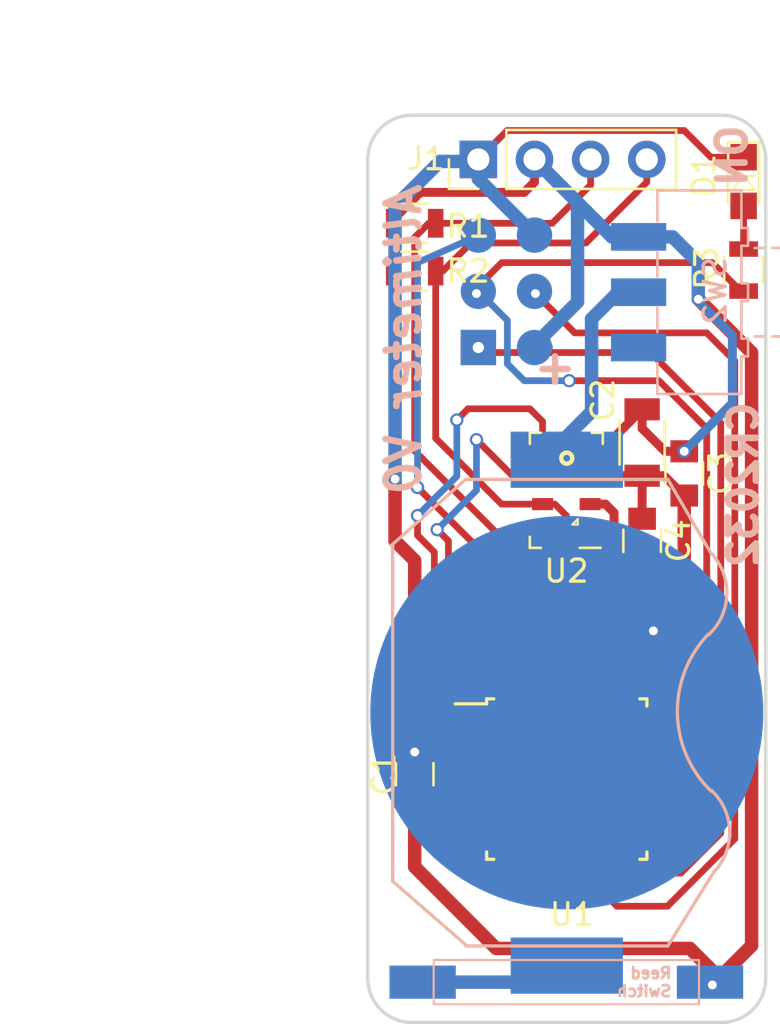
<source format=kicad_pcb>
(kicad_pcb (version 4) (host pcbnew 4.0.6)

  (general
    (links 42)
    (no_connects 1)
    (area 128.104999 73.524999 146.255001 114.675001)
    (thickness 1.6)
    (drawings 23)
    (tracks 207)
    (zones 0)
    (modules 15)
    (nets 33)
  )

  (page A4)
  (layers
    (0 F.Cu signal)
    (31 B.Cu signal hide)
    (32 B.Adhes user)
    (33 F.Adhes user)
    (34 B.Paste user)
    (35 F.Paste user)
    (36 B.SilkS user)
    (37 F.SilkS user)
    (38 B.Mask user)
    (39 F.Mask user)
    (40 Dwgs.User user)
    (41 Cmts.User user)
    (42 Eco1.User user)
    (43 Eco2.User user hide)
    (44 Edge.Cuts user)
    (45 Margin user)
    (46 B.CrtYd user)
    (47 F.CrtYd user)
    (48 B.Fab user)
    (49 F.Fab user hide)
  )

  (setup
    (last_trace_width 0.25)
    (user_trace_width 0.254)
    (user_trace_width 0.3048)
    (user_trace_width 0.4064)
    (user_trace_width 0.6096)
    (trace_clearance 0.2)
    (zone_clearance 0.508)
    (zone_45_only no)
    (trace_min 0.2)
    (segment_width 0.2)
    (edge_width 0.15)
    (via_size 0.6)
    (via_drill 0.4)
    (via_min_size 0.4)
    (via_min_drill 0.3)
    (uvia_size 0.3)
    (uvia_drill 0.1)
    (uvias_allowed no)
    (uvia_min_size 0.2)
    (uvia_min_drill 0.1)
    (pcb_text_width 0.3)
    (pcb_text_size 1.5 1.5)
    (mod_edge_width 0.15)
    (mod_text_size 1 1)
    (mod_text_width 0.15)
    (pad_size 1.6 1.6)
    (pad_drill 0.508)
    (pad_to_mask_clearance 0)
    (aux_axis_origin -2.54 3.81)
    (grid_origin 170.18 101.6)
    (visible_elements 7FFF7FFF)
    (pcbplotparams
      (layerselection 0x00030_80000001)
      (usegerberextensions false)
      (excludeedgelayer true)
      (linewidth 0.100000)
      (plotframeref false)
      (viasonmask false)
      (mode 1)
      (useauxorigin false)
      (hpglpennumber 1)
      (hpglpenspeed 20)
      (hpglpendiameter 15)
      (hpglpenoverlay 2)
      (psnegative false)
      (psa4output false)
      (plotreference true)
      (plotvalue true)
      (plotinvisibletext false)
      (padsonsilk false)
      (subtractmaskfromsilk false)
      (outputformat 1)
      (mirror false)
      (drillshape 1)
      (scaleselection 1)
      (outputdirectory ""))
  )

  (net 0 "")
  (net 1 "Net-(BT1-Pad1)")
  (net 2 "Net-(D1-Pad2)")
  (net 3 GND)
  (net 4 VCC)
  (net 5 "Net-(C4-Pad1)")
  (net 6 /MISO)
  (net 7 /SCK)
  (net 8 /MOSI)
  (net 9 /RESET)
  (net 10 /SCL)
  (net 11 /SDA)
  (net 12 /INT2)
  (net 13 "Net-(U1-Pad2)")
  (net 14 "Net-(U1-Pad7)")
  (net 15 "Net-(U1-Pad8)")
  (net 16 "Net-(U1-Pad9)")
  (net 17 "Net-(U1-Pad10)")
  (net 18 "Net-(U1-Pad11)")
  (net 19 "Net-(U1-Pad12)")
  (net 20 "Net-(U1-Pad13)")
  (net 21 "Net-(U1-Pad14)")
  (net 22 "Net-(U1-Pad19)")
  (net 23 "Net-(U1-Pad20)")
  (net 24 "Net-(U1-Pad22)")
  (net 25 "Net-(U1-Pad23)")
  (net 26 "Net-(U1-Pad24)")
  (net 27 "Net-(U1-Pad25)")
  (net 28 "Net-(U1-Pad26)")
  (net 29 "Net-(U1-Pad30)")
  (net 30 "Net-(U1-Pad31)")
  (net 31 /INT1)
  (net 32 "Net-(SW2-Pad3)")

  (net_class Default "This is the default net class."
    (clearance 0.2)
    (trace_width 0.25)
    (via_dia 0.6)
    (via_drill 0.4)
    (uvia_dia 0.3)
    (uvia_drill 0.1)
    (add_net /INT1)
    (add_net /INT2)
    (add_net /MISO)
    (add_net /MOSI)
    (add_net /RESET)
    (add_net /SCK)
    (add_net /SCL)
    (add_net /SDA)
    (add_net GND)
    (add_net "Net-(BT1-Pad1)")
    (add_net "Net-(C4-Pad1)")
    (add_net "Net-(D1-Pad2)")
    (add_net "Net-(SW2-Pad3)")
    (add_net "Net-(U1-Pad10)")
    (add_net "Net-(U1-Pad11)")
    (add_net "Net-(U1-Pad12)")
    (add_net "Net-(U1-Pad13)")
    (add_net "Net-(U1-Pad14)")
    (add_net "Net-(U1-Pad19)")
    (add_net "Net-(U1-Pad2)")
    (add_net "Net-(U1-Pad20)")
    (add_net "Net-(U1-Pad22)")
    (add_net "Net-(U1-Pad23)")
    (add_net "Net-(U1-Pad24)")
    (add_net "Net-(U1-Pad25)")
    (add_net "Net-(U1-Pad26)")
    (add_net "Net-(U1-Pad30)")
    (add_net "Net-(U1-Pad31)")
    (add_net "Net-(U1-Pad7)")
    (add_net "Net-(U1-Pad8)")
    (add_net "Net-(U1-Pad9)")
    (add_net VCC)
  )

  (module LEDs:LED_0805 (layer F.Cu) (tedit 5B4A3517) (tstamp 5B4A3A59)
    (at 145.18 76.6 270)
    (descr "LED 0805 smd package")
    (tags "LED led 0805 SMD smd SMT smt smdled SMDLED smtled SMTLED")
    (path /5B4A84E5)
    (attr smd)
    (fp_text reference D1 (at -0.273 1.797 270) (layer F.SilkS)
      (effects (font (size 1 1) (thickness 0.15)))
    )
    (fp_text value LED (at 0 1.55 270) (layer F.Fab)
      (effects (font (size 1 1) (thickness 0.15)))
    )
    (fp_line (start -0.254 0) (end 0.381 -0.508) (layer F.SilkS) (width 0.1))
    (fp_line (start 0.381 -0.508) (end 0.381 0.508) (layer F.SilkS) (width 0.1))
    (fp_line (start 0.381 0.508) (end -0.254 0) (layer F.SilkS) (width 0.1))
    (fp_line (start -0.254 -0.508) (end -0.254 0.508) (layer F.SilkS) (width 0.1))
    (fp_line (start -1.8 -0.7) (end -1.8 0.7) (layer F.SilkS) (width 0.12))
    (fp_line (start -0.4 -0.4) (end -0.4 0.4) (layer F.Fab) (width 0.1))
    (fp_line (start -0.4 0) (end 0.2 -0.4) (layer F.Fab) (width 0.1))
    (fp_line (start 0.2 0.4) (end -0.4 0) (layer F.Fab) (width 0.1))
    (fp_line (start 0.2 -0.4) (end 0.2 0.4) (layer F.Fab) (width 0.1))
    (fp_line (start 1 0.6) (end -1 0.6) (layer F.Fab) (width 0.1))
    (fp_line (start 1 -0.6) (end 1 0.6) (layer F.Fab) (width 0.1))
    (fp_line (start -1 -0.6) (end 1 -0.6) (layer F.Fab) (width 0.1))
    (fp_line (start -1 0.6) (end -1 -0.6) (layer F.Fab) (width 0.1))
    (fp_line (start -1.8 0.7) (end 1 0.7) (layer F.SilkS) (width 0.12))
    (fp_line (start -1.8 -0.7) (end 1 -0.7) (layer F.SilkS) (width 0.12))
    (fp_line (start 1.95 -0.85) (end 1.95 0.85) (layer F.CrtYd) (width 0.05))
    (fp_line (start 1.95 0.85) (end -1.95 0.85) (layer F.CrtYd) (width 0.05))
    (fp_line (start -1.95 0.85) (end -1.95 -0.85) (layer F.CrtYd) (width 0.05))
    (fp_line (start -1.95 -0.85) (end 1.95 -0.85) (layer F.CrtYd) (width 0.05))
    (fp_text user %R (at 0 -1.25 270) (layer F.Fab)
      (effects (font (size 0.4 0.4) (thickness 0.1)))
    )
    (pad 2 smd rect (at 1.1 0 90) (size 1.2 1.2) (layers F.Cu F.Paste F.Mask)
      (net 2 "Net-(D1-Pad2)"))
    (pad 1 smd rect (at -1.1 0 90) (size 1.2 1.2) (layers F.Cu F.Paste F.Mask)
      (net 3 GND))
    (model ${KISYS3DMOD}/LEDs.3dshapes/LED_0805.wrl
      (at (xyz 0 0 0))
      (scale (xyz 1 1 1))
      (rotate (xyz 0 0 180))
    )
  )

  (module myFootPrints:BATT_CR2032_SMD (layer B.Cu) (tedit 56CFB5D2) (tstamp 5B4A0E4F)
    (at 137.18 100.6 270)
    (tags battery)
    (path /5AF1FE3D)
    (fp_text reference BT1 (at 0 -5.08 270) (layer B.SilkS) hide
      (effects (font (size 1.72974 1.08712) (thickness 0.27178)) (justify mirror))
    )
    (fp_text value Battery_Cell (at 0 2.54 270) (layer B.SilkS) hide
      (effects (font (size 1.524 1.016) (thickness 0.254)) (justify mirror))
    )
    (fp_line (start -7.1755 -6.5405) (end -10.541 -4.572) (layer B.SilkS) (width 0.15))
    (fp_line (start 7.1755 -6.6675) (end 10.541 -4.572) (layer B.SilkS) (width 0.15))
    (fp_arc (start -5.4229 -4.6355) (end -3.5179 -6.4135) (angle -90) (layer B.SilkS) (width 0.15))
    (fp_arc (start 5.4102 -4.7625) (end 7.1882 -6.6675) (angle -90) (layer B.SilkS) (width 0.15))
    (fp_arc (start -0.0635 -10.033) (end -3.556 -6.4135) (angle -90) (layer B.SilkS) (width 0.15))
    (fp_line (start 7.62 7.874) (end 10.541 4.5085) (layer B.SilkS) (width 0.15))
    (fp_line (start -10.541 4.572) (end -7.5565 7.9375) (layer B.SilkS) (width 0.15))
    (fp_line (start -7.62 7.874) (end 7.62 7.874) (layer B.SilkS) (width 0.15))
    (fp_line (start -10.541 -4.572) (end -10.541 4.572) (layer B.SilkS) (width 0.15))
    (fp_line (start 10.541 -4.572) (end 10.541 4.572) (layer B.SilkS) (width 0.15))
    (fp_circle (center 0 0) (end -10.16 0) (layer Dwgs.User) (width 0.15))
    (pad 2 smd circle (at 0 0 270) (size 17.78 17.78) (layers B.Cu B.Paste B.Mask)
      (net 3 GND))
    (pad 1 smd rect (at -11.43 0 270) (size 2.54 5.08) (layers B.Cu B.Paste B.Mask)
      (net 1 "Net-(BT1-Pad1)"))
    (pad 1 smd rect (at 11.43 0 270) (size 2.54 5.08) (layers B.Cu B.Paste B.Mask)
      (net 1 "Net-(BT1-Pad1)"))
  )

  (module footprints:REED_SWITCH (layer B.Cu) (tedit 5B4A3603) (tstamp 5B4A15D7)
    (at 137.16 112.776 180)
    (descr "Resistor SMD 1206, reflow soldering, Vishay (see dcrcw.pdf)")
    (tags "resistor 1206")
    (path /5B4A076E)
    (attr smd)
    (fp_text reference SW1 (at 0 1.85 180) (layer B.SilkS) hide
      (effects (font (size 1 1) (thickness 0.15)) (justify mirror))
    )
    (fp_text value SW_Reed (at 0 -1.143 180) (layer B.SilkS) hide
      (effects (font (size 1 1) (thickness 0.15)) (justify mirror))
    )
    (fp_line (start -6 1) (end 6 1) (layer B.SilkS) (width 0.1))
    (fp_line (start 6 1) (end 6 -1) (layer B.SilkS) (width 0.1))
    (fp_line (start 6 -1) (end -6 -1) (layer B.SilkS) (width 0.1))
    (fp_line (start -6 -1) (end -6 1) (layer B.SilkS) (width 0.1))
    (fp_text user %R (at 0 0 180) (layer B.Fab)
      (effects (font (size 0.7 0.7) (thickness 0.105)) (justify mirror))
    )
    (fp_line (start -2.15 1.11) (end 2.15 1.11) (layer B.CrtYd) (width 0.05))
    (fp_line (start -2.15 1.11) (end -2.15 -1.1) (layer B.CrtYd) (width 0.05))
    (fp_line (start 2.15 -1.1) (end 2.15 1.11) (layer B.CrtYd) (width 0.05))
    (fp_line (start 2.15 -1.1) (end -2.15 -1.1) (layer B.CrtYd) (width 0.05))
    (pad 1 smd rect (at -6.5 0 180) (size 3 1.5) (layers B.Cu B.Paste B.Mask)
      (net 4 VCC))
    (pad 2 smd rect (at 6.5 0 180) (size 3 1.5) (layers B.Cu B.Paste B.Mask)
      (net 1 "Net-(BT1-Pad1)"))
    (model ${KISYS3DMOD}/Resistors_SMD.3dshapes/R_1206.wrl
      (at (xyz 0 0 0))
      (scale (xyz 1 1 1))
      (rotate (xyz 0 0 0))
    )
  )

  (module Capacitors_SMD:C_0805 (layer F.Cu) (tedit 5B4A3552) (tstamp 5B4A3A16)
    (at 130.302 103.378 270)
    (descr "Capacitor SMD 0805, reflow soldering, AVX (see smccp.pdf)")
    (tags "capacitor 0805")
    (path /5B4A3F76)
    (attr smd)
    (fp_text reference C1 (at 0 1.397 270) (layer F.SilkS)
      (effects (font (size 1 1) (thickness 0.15)))
    )
    (fp_text value 0.1uF (at 0 1.75 270) (layer F.Fab)
      (effects (font (size 1 1) (thickness 0.15)))
    )
    (fp_text user %R (at 0 -1.5 270) (layer F.Fab)
      (effects (font (size 1 1) (thickness 0.15)))
    )
    (fp_line (start -1 0.62) (end -1 -0.62) (layer F.Fab) (width 0.1))
    (fp_line (start 1 0.62) (end -1 0.62) (layer F.Fab) (width 0.1))
    (fp_line (start 1 -0.62) (end 1 0.62) (layer F.Fab) (width 0.1))
    (fp_line (start -1 -0.62) (end 1 -0.62) (layer F.Fab) (width 0.1))
    (fp_line (start 0.5 -0.85) (end -0.5 -0.85) (layer F.SilkS) (width 0.12))
    (fp_line (start -0.5 0.85) (end 0.5 0.85) (layer F.SilkS) (width 0.12))
    (fp_line (start -1.75 -0.88) (end 1.75 -0.88) (layer F.CrtYd) (width 0.05))
    (fp_line (start -1.75 -0.88) (end -1.75 0.87) (layer F.CrtYd) (width 0.05))
    (fp_line (start 1.75 0.87) (end 1.75 -0.88) (layer F.CrtYd) (width 0.05))
    (fp_line (start 1.75 0.87) (end -1.75 0.87) (layer F.CrtYd) (width 0.05))
    (pad 1 smd rect (at -1 0 270) (size 1 1.25) (layers F.Cu F.Paste F.Mask)
      (net 3 GND))
    (pad 2 smd rect (at 1 0 270) (size 1 1.25) (layers F.Cu F.Paste F.Mask)
      (net 4 VCC))
    (model Capacitors_SMD.3dshapes/C_0805.wrl
      (at (xyz 0 0 0))
      (scale (xyz 1 1 1))
      (rotate (xyz 0 0 0))
    )
  )

  (module Capacitors_SMD:C_1206 (layer F.Cu) (tedit 5B4A353C) (tstamp 5B4A3A27)
    (at 140.589 88.392 270)
    (descr "Capacitor SMD 1206, reflow soldering, AVX (see smccp.pdf)")
    (tags "capacitor 1206")
    (path /5B4A34FF)
    (attr smd)
    (fp_text reference C2 (at -1.905 1.778 270) (layer F.SilkS)
      (effects (font (size 1 1) (thickness 0.15)))
    )
    (fp_text value 10uF (at 0 2 270) (layer F.Fab)
      (effects (font (size 1 1) (thickness 0.15)))
    )
    (fp_text user %R (at 0 -1.75 270) (layer F.Fab)
      (effects (font (size 1 1) (thickness 0.15)))
    )
    (fp_line (start -1.6 0.8) (end -1.6 -0.8) (layer F.Fab) (width 0.1))
    (fp_line (start 1.6 0.8) (end -1.6 0.8) (layer F.Fab) (width 0.1))
    (fp_line (start 1.6 -0.8) (end 1.6 0.8) (layer F.Fab) (width 0.1))
    (fp_line (start -1.6 -0.8) (end 1.6 -0.8) (layer F.Fab) (width 0.1))
    (fp_line (start 1 -1.02) (end -1 -1.02) (layer F.SilkS) (width 0.12))
    (fp_line (start -1 1.02) (end 1 1.02) (layer F.SilkS) (width 0.12))
    (fp_line (start -2.25 -1.05) (end 2.25 -1.05) (layer F.CrtYd) (width 0.05))
    (fp_line (start -2.25 -1.05) (end -2.25 1.05) (layer F.CrtYd) (width 0.05))
    (fp_line (start 2.25 1.05) (end 2.25 -1.05) (layer F.CrtYd) (width 0.05))
    (fp_line (start 2.25 1.05) (end -2.25 1.05) (layer F.CrtYd) (width 0.05))
    (pad 1 smd rect (at -1.5 0 270) (size 1 1.6) (layers F.Cu F.Paste F.Mask)
      (net 4 VCC))
    (pad 2 smd rect (at 1.5 0 270) (size 1 1.6) (layers F.Cu F.Paste F.Mask)
      (net 3 GND))
    (model Capacitors_SMD.3dshapes/C_1206.wrl
      (at (xyz 0 0 0))
      (scale (xyz 1 1 1))
      (rotate (xyz 0 0 0))
    )
  )

  (module Capacitors_SMD:C_0805 (layer F.Cu) (tedit 5B4A3541) (tstamp 5B4A3A38)
    (at 142.494 89.789 270)
    (descr "Capacitor SMD 0805, reflow soldering, AVX (see smccp.pdf)")
    (tags "capacitor 0805")
    (path /5B4A364F)
    (attr smd)
    (fp_text reference C3 (at 0 -1.651 270) (layer F.SilkS)
      (effects (font (size 1 1) (thickness 0.15)))
    )
    (fp_text value 0.1uF (at 0 1.75 270) (layer F.Fab)
      (effects (font (size 1 1) (thickness 0.15)))
    )
    (fp_text user %R (at 0 -1.5 270) (layer F.Fab)
      (effects (font (size 1 1) (thickness 0.15)))
    )
    (fp_line (start -1 0.62) (end -1 -0.62) (layer F.Fab) (width 0.1))
    (fp_line (start 1 0.62) (end -1 0.62) (layer F.Fab) (width 0.1))
    (fp_line (start 1 -0.62) (end 1 0.62) (layer F.Fab) (width 0.1))
    (fp_line (start -1 -0.62) (end 1 -0.62) (layer F.Fab) (width 0.1))
    (fp_line (start 0.5 -0.85) (end -0.5 -0.85) (layer F.SilkS) (width 0.12))
    (fp_line (start -0.5 0.85) (end 0.5 0.85) (layer F.SilkS) (width 0.12))
    (fp_line (start -1.75 -0.88) (end 1.75 -0.88) (layer F.CrtYd) (width 0.05))
    (fp_line (start -1.75 -0.88) (end -1.75 0.87) (layer F.CrtYd) (width 0.05))
    (fp_line (start 1.75 0.87) (end 1.75 -0.88) (layer F.CrtYd) (width 0.05))
    (fp_line (start 1.75 0.87) (end -1.75 0.87) (layer F.CrtYd) (width 0.05))
    (pad 1 smd rect (at -1 0 270) (size 1 1.25) (layers F.Cu F.Paste F.Mask)
      (net 4 VCC))
    (pad 2 smd rect (at 1 0 270) (size 1 1.25) (layers F.Cu F.Paste F.Mask)
      (net 3 GND))
    (model Capacitors_SMD.3dshapes/C_0805.wrl
      (at (xyz 0 0 0))
      (scale (xyz 1 1 1))
      (rotate (xyz 0 0 0))
    )
  )

  (module Capacitors_SMD:C_0805 (layer F.Cu) (tedit 5B4A3569) (tstamp 5B4A3A49)
    (at 140.589 92.837 90)
    (descr "Capacitor SMD 0805, reflow soldering, AVX (see smccp.pdf)")
    (tags "capacitor 0805")
    (path /5B4A29A6)
    (attr smd)
    (fp_text reference C4 (at 0 1.651 90) (layer F.SilkS)
      (effects (font (size 1 1) (thickness 0.15)))
    )
    (fp_text value 0.1uF (at 0 1.75 90) (layer F.Fab)
      (effects (font (size 1 1) (thickness 0.15)))
    )
    (fp_text user %R (at 0 -1.5 90) (layer F.Fab)
      (effects (font (size 1 1) (thickness 0.15)))
    )
    (fp_line (start -1 0.62) (end -1 -0.62) (layer F.Fab) (width 0.1))
    (fp_line (start 1 0.62) (end -1 0.62) (layer F.Fab) (width 0.1))
    (fp_line (start 1 -0.62) (end 1 0.62) (layer F.Fab) (width 0.1))
    (fp_line (start -1 -0.62) (end 1 -0.62) (layer F.Fab) (width 0.1))
    (fp_line (start 0.5 -0.85) (end -0.5 -0.85) (layer F.SilkS) (width 0.12))
    (fp_line (start -0.5 0.85) (end 0.5 0.85) (layer F.SilkS) (width 0.12))
    (fp_line (start -1.75 -0.88) (end 1.75 -0.88) (layer F.CrtYd) (width 0.05))
    (fp_line (start -1.75 -0.88) (end -1.75 0.87) (layer F.CrtYd) (width 0.05))
    (fp_line (start 1.75 0.87) (end 1.75 -0.88) (layer F.CrtYd) (width 0.05))
    (fp_line (start 1.75 0.87) (end -1.75 0.87) (layer F.CrtYd) (width 0.05))
    (pad 1 smd rect (at -1 0 90) (size 1 1.25) (layers F.Cu F.Paste F.Mask)
      (net 5 "Net-(C4-Pad1)"))
    (pad 2 smd rect (at 1 0 90) (size 1 1.25) (layers F.Cu F.Paste F.Mask)
      (net 3 GND))
    (model Capacitors_SMD.3dshapes/C_0805.wrl
      (at (xyz 0 0 0))
      (scale (xyz 1 1 1))
      (rotate (xyz 0 0 0))
    )
  )

  (module myFootPrints:AVR-ISP-6 (layer B.Cu) (tedit 5B4A3A0A) (tstamp 5B4A3A53)
    (at 133.18 84.1)
    (descr "6-lead dip package, row spacing 7.62 mm (300 mils)")
    (tags "dil dip 2.54 300")
    (path /5B4A5ED5)
    (fp_text reference CON1 (at 0 2.54) (layer B.SilkS) hide
      (effects (font (size 1 1) (thickness 0.15)) (justify mirror))
    )
    (fp_text value AVR-ISP-6 (at 0 3.72) (layer B.Fab) hide
      (effects (font (size 1 1) (thickness 0.15)) (justify mirror))
    )
    (pad 1 thru_hole rect (at 0 0) (size 1.6 1.6) (drill 0.508) (layers *.Cu B.Mask)
      (net 6 /MISO))
    (pad 2 smd circle (at 2.54 0) (size 1.6 1.6) (layers B.Cu B.Paste B.Mask)
      (net 4 VCC))
    (pad 3 smd oval (at 0 -2.54) (size 1.6 1.6) (layers B.Cu B.Paste B.Mask)
      (net 7 /SCK))
    (pad 4 smd oval (at 2.54 -2.54) (size 1.6 1.6) (layers B.Cu B.Paste B.Mask)
      (net 8 /MOSI))
    (pad 5 smd oval (at 0 -5.08) (size 1.6 1.6) (layers B.Cu B.Paste B.Mask)
      (net 9 /RESET))
    (pad 6 smd oval (at 2.54 -5.08) (size 1.6 1.6) (layers B.Cu B.Paste B.Mask)
      (net 3 GND))
  )

  (module Pin_Headers:Pin_Header_Straight_1x04_Pitch2.54mm (layer F.Cu) (tedit 5B4A358B) (tstamp 5B4A3A71)
    (at 133.18 75.6 90)
    (descr "Through hole straight pin header, 1x04, 2.54mm pitch, single row")
    (tags "Through hole pin header THT 1x04 2.54mm single row")
    (path /5B4A13C3)
    (fp_text reference J1 (at 0.035 -2.37 180) (layer F.SilkS)
      (effects (font (size 1 1) (thickness 0.15)))
    )
    (fp_text value Display (at 0 9.95 90) (layer F.Fab)
      (effects (font (size 1 1) (thickness 0.15)))
    )
    (fp_line (start -0.635 -1.27) (end 1.27 -1.27) (layer F.Fab) (width 0.1))
    (fp_line (start 1.27 -1.27) (end 1.27 8.89) (layer F.Fab) (width 0.1))
    (fp_line (start 1.27 8.89) (end -1.27 8.89) (layer F.Fab) (width 0.1))
    (fp_line (start -1.27 8.89) (end -1.27 -0.635) (layer F.Fab) (width 0.1))
    (fp_line (start -1.27 -0.635) (end -0.635 -1.27) (layer F.Fab) (width 0.1))
    (fp_line (start -1.33 8.95) (end 1.33 8.95) (layer F.SilkS) (width 0.12))
    (fp_line (start -1.33 1.27) (end -1.33 8.95) (layer F.SilkS) (width 0.12))
    (fp_line (start 1.33 1.27) (end 1.33 8.95) (layer F.SilkS) (width 0.12))
    (fp_line (start -1.33 1.27) (end 1.33 1.27) (layer F.SilkS) (width 0.12))
    (fp_line (start -1.33 0) (end -1.33 -1.33) (layer F.SilkS) (width 0.12))
    (fp_line (start -1.33 -1.33) (end 0 -1.33) (layer F.SilkS) (width 0.12))
    (fp_line (start -1.8 -1.8) (end -1.8 9.4) (layer F.CrtYd) (width 0.05))
    (fp_line (start -1.8 9.4) (end 1.8 9.4) (layer F.CrtYd) (width 0.05))
    (fp_line (start 1.8 9.4) (end 1.8 -1.8) (layer F.CrtYd) (width 0.05))
    (fp_line (start 1.8 -1.8) (end -1.8 -1.8) (layer F.CrtYd) (width 0.05))
    (fp_text user %R (at 0 3.81 180) (layer F.Fab)
      (effects (font (size 1 1) (thickness 0.15)))
    )
    (pad 1 thru_hole rect (at 0 0 90) (size 1.7 1.7) (drill 1) (layers *.Cu *.Mask)
      (net 3 GND))
    (pad 2 thru_hole oval (at 0 2.54 90) (size 1.7 1.7) (drill 1) (layers *.Cu *.Mask)
      (net 4 VCC))
    (pad 3 thru_hole oval (at 0 5.08 90) (size 1.7 1.7) (drill 1) (layers *.Cu *.Mask)
      (net 10 /SCL))
    (pad 4 thru_hole oval (at 0 7.62 90) (size 1.7 1.7) (drill 1) (layers *.Cu *.Mask)
      (net 11 /SDA))
    (model ${KISYS3DMOD}/Pin_Headers.3dshapes/Pin_Header_Straight_1x04_Pitch2.54mm.wrl
      (at (xyz 0 0 0))
      (scale (xyz 1 1 1))
      (rotate (xyz 0 0 0))
    )
  )

  (module Resistors_SMD:R_0805 (layer F.Cu) (tedit 5B4A3587) (tstamp 5B4A3A82)
    (at 130.302 78.486)
    (descr "Resistor SMD 0805, reflow soldering, Vishay (see dcrcw.pdf)")
    (tags "resistor 0805")
    (path /5B4A2460)
    (attr smd)
    (fp_text reference R1 (at 2.413 0.127) (layer F.SilkS)
      (effects (font (size 1 1) (thickness 0.15)))
    )
    (fp_text value 1K (at 0 1.75) (layer F.Fab)
      (effects (font (size 1 1) (thickness 0.15)))
    )
    (fp_text user %R (at 0 0) (layer F.Fab)
      (effects (font (size 0.5 0.5) (thickness 0.075)))
    )
    (fp_line (start -1 0.62) (end -1 -0.62) (layer F.Fab) (width 0.1))
    (fp_line (start 1 0.62) (end -1 0.62) (layer F.Fab) (width 0.1))
    (fp_line (start 1 -0.62) (end 1 0.62) (layer F.Fab) (width 0.1))
    (fp_line (start -1 -0.62) (end 1 -0.62) (layer F.Fab) (width 0.1))
    (fp_line (start 0.6 0.88) (end -0.6 0.88) (layer F.SilkS) (width 0.12))
    (fp_line (start -0.6 -0.88) (end 0.6 -0.88) (layer F.SilkS) (width 0.12))
    (fp_line (start -1.55 -0.9) (end 1.55 -0.9) (layer F.CrtYd) (width 0.05))
    (fp_line (start -1.55 -0.9) (end -1.55 0.9) (layer F.CrtYd) (width 0.05))
    (fp_line (start 1.55 0.9) (end 1.55 -0.9) (layer F.CrtYd) (width 0.05))
    (fp_line (start 1.55 0.9) (end -1.55 0.9) (layer F.CrtYd) (width 0.05))
    (pad 1 smd rect (at -0.95 0) (size 0.7 1.3) (layers F.Cu F.Paste F.Mask)
      (net 4 VCC))
    (pad 2 smd rect (at 0.95 0) (size 0.7 1.3) (layers F.Cu F.Paste F.Mask)
      (net 10 /SCL))
    (model ${KISYS3DMOD}/Resistors_SMD.3dshapes/R_0805.wrl
      (at (xyz 0 0 0))
      (scale (xyz 1 1 1))
      (rotate (xyz 0 0 0))
    )
  )

  (module Resistors_SMD:R_0805 (layer F.Cu) (tedit 5B4A3574) (tstamp 5B4A3A93)
    (at 130.302 80.645)
    (descr "Resistor SMD 0805, reflow soldering, Vishay (see dcrcw.pdf)")
    (tags "resistor 0805")
    (path /5B4A240C)
    (attr smd)
    (fp_text reference R2 (at 2.413 0) (layer F.SilkS)
      (effects (font (size 1 1) (thickness 0.15)))
    )
    (fp_text value 1K (at 0 1.75) (layer F.Fab)
      (effects (font (size 1 1) (thickness 0.15)))
    )
    (fp_text user %R (at 0 0) (layer F.Fab)
      (effects (font (size 0.5 0.5) (thickness 0.075)))
    )
    (fp_line (start -1 0.62) (end -1 -0.62) (layer F.Fab) (width 0.1))
    (fp_line (start 1 0.62) (end -1 0.62) (layer F.Fab) (width 0.1))
    (fp_line (start 1 -0.62) (end 1 0.62) (layer F.Fab) (width 0.1))
    (fp_line (start -1 -0.62) (end 1 -0.62) (layer F.Fab) (width 0.1))
    (fp_line (start 0.6 0.88) (end -0.6 0.88) (layer F.SilkS) (width 0.12))
    (fp_line (start -0.6 -0.88) (end 0.6 -0.88) (layer F.SilkS) (width 0.12))
    (fp_line (start -1.55 -0.9) (end 1.55 -0.9) (layer F.CrtYd) (width 0.05))
    (fp_line (start -1.55 -0.9) (end -1.55 0.9) (layer F.CrtYd) (width 0.05))
    (fp_line (start 1.55 0.9) (end 1.55 -0.9) (layer F.CrtYd) (width 0.05))
    (fp_line (start 1.55 0.9) (end -1.55 0.9) (layer F.CrtYd) (width 0.05))
    (pad 1 smd rect (at -0.95 0) (size 0.7 1.3) (layers F.Cu F.Paste F.Mask)
      (net 4 VCC))
    (pad 2 smd rect (at 0.95 0) (size 0.7 1.3) (layers F.Cu F.Paste F.Mask)
      (net 11 /SDA))
    (model ${KISYS3DMOD}/Resistors_SMD.3dshapes/R_0805.wrl
      (at (xyz 0 0 0))
      (scale (xyz 1 1 1))
      (rotate (xyz 0 0 0))
    )
  )

  (module Resistors_SMD:R_0805 (layer F.Cu) (tedit 5B4A35B2) (tstamp 5B4A3AA4)
    (at 145.18 80.6 270)
    (descr "Resistor SMD 0805, reflow soldering, Vishay (see dcrcw.pdf)")
    (tags "resistor 0805")
    (path /5B4A8477)
    (attr smd)
    (fp_text reference R3 (at -0.082 1.67 270) (layer F.SilkS)
      (effects (font (size 1 1) (thickness 0.15)))
    )
    (fp_text value 1K (at 0 1.75 270) (layer F.Fab)
      (effects (font (size 1 1) (thickness 0.15)))
    )
    (fp_text user %R (at 0 0 270) (layer F.Fab)
      (effects (font (size 0.5 0.5) (thickness 0.075)))
    )
    (fp_line (start -1 0.62) (end -1 -0.62) (layer F.Fab) (width 0.1))
    (fp_line (start 1 0.62) (end -1 0.62) (layer F.Fab) (width 0.1))
    (fp_line (start 1 -0.62) (end 1 0.62) (layer F.Fab) (width 0.1))
    (fp_line (start -1 -0.62) (end 1 -0.62) (layer F.Fab) (width 0.1))
    (fp_line (start 0.6 0.88) (end -0.6 0.88) (layer F.SilkS) (width 0.12))
    (fp_line (start -0.6 -0.88) (end 0.6 -0.88) (layer F.SilkS) (width 0.12))
    (fp_line (start -1.55 -0.9) (end 1.55 -0.9) (layer F.CrtYd) (width 0.05))
    (fp_line (start -1.55 -0.9) (end -1.55 0.9) (layer F.CrtYd) (width 0.05))
    (fp_line (start 1.55 0.9) (end 1.55 -0.9) (layer F.CrtYd) (width 0.05))
    (fp_line (start 1.55 0.9) (end -1.55 0.9) (layer F.CrtYd) (width 0.05))
    (pad 1 smd rect (at -0.95 0 270) (size 0.7 1.3) (layers F.Cu F.Paste F.Mask)
      (net 2 "Net-(D1-Pad2)"))
    (pad 2 smd rect (at 0.95 0 270) (size 0.7 1.3) (layers F.Cu F.Paste F.Mask)
      (net 7 /SCK))
    (model ${KISYS3DMOD}/Resistors_SMD.3dshapes/R_0805.wrl
      (at (xyz 0 0 0))
      (scale (xyz 1 1 1))
      (rotate (xyz 0 0 0))
    )
  )

  (module Buttons_Switches_SMD:SW_SPDT_CK-JS102011SAQN (layer B.Cu) (tedit 5B4A35BB) (tstamp 5B4A3AAD)
    (at 143.18 81.6 270)
    (descr http://www.ckswitches.com/media/1422/js.pdf)
    (tags "switch spdt")
    (path /5B4A3BF4)
    (attr smd)
    (fp_text reference SW2 (at -0.066 -0.711 270) (layer B.SilkS)
      (effects (font (size 1 1) (thickness 0.15)) (justify mirror))
    )
    (fp_text value SW_SPDT (at 0 2.9 270) (layer B.Fab)
      (effects (font (size 1 1) (thickness 0.15)) (justify mirror))
    )
    (fp_line (start -4.5 1.8) (end 4.5 1.8) (layer B.Fab) (width 0.1))
    (fp_line (start 4.5 1.8) (end 4.5 -1.8) (layer B.Fab) (width 0.1))
    (fp_line (start 4.5 -1.8) (end -4.4 -1.8) (layer B.Fab) (width 0.1))
    (fp_line (start -4.4 -1.8) (end -4.5 -1.8) (layer B.Fab) (width 0.1))
    (fp_line (start -4.5 -1.8) (end -4.5 -1.8) (layer B.Fab) (width 0.1))
    (fp_line (start -4.5 1.8) (end -4.5 -1.8) (layer B.Fab) (width 0.1))
    (fp_line (start -4.5 -1.8) (end -4.5 -1.8) (layer B.Fab) (width 0.1))
    (fp_text user %R (at 0 0 270) (layer B.Fab)
      (effects (font (size 1 1) (thickness 0.15)) (justify mirror))
    )
    (fp_line (start -1.5 -1.8) (end -1.5 -1.8) (layer B.Fab) (width 0.1))
    (fp_line (start 3.2 1.9) (end 4.6 1.9) (layer B.SilkS) (width 0.12))
    (fp_line (start 4.6 1.9) (end 4.6 -1.9) (layer B.SilkS) (width 0.12))
    (fp_line (start -4.6 -1.9) (end -4.6 1.9) (layer B.SilkS) (width 0.12))
    (fp_line (start -4.6 1.9) (end -3.2 1.9) (layer B.SilkS) (width 0.12))
    (fp_line (start 1.8 1.9) (end 0.7 1.9) (layer B.SilkS) (width 0.12))
    (fp_line (start 0.7 1.9) (end 0.7 1.9) (layer B.SilkS) (width 0.12))
    (fp_line (start -0.7 1.9) (end -1.8 1.9) (layer B.SilkS) (width 0.12))
    (fp_line (start -1.8 1.9) (end -1.8 1.9) (layer B.SilkS) (width 0.12))
    (fp_line (start 0.3 -1.8) (end 0.3 -2.1) (layer B.Fab) (width 0.1))
    (fp_line (start 0.3 -2.1) (end -0.3 -2.1) (layer B.Fab) (width 0.1))
    (fp_line (start -0.3 -2.1) (end -0.3 -1.8) (layer B.Fab) (width 0.1))
    (fp_line (start -0.3 -1.8) (end -0.3 -1.8) (layer B.Fab) (width 0.1))
    (fp_line (start -2.2 -1.8) (end -2.2 -2.1) (layer B.Fab) (width 0.1))
    (fp_line (start -2.2 -2.1) (end -2.8 -2.1) (layer B.Fab) (width 0.1))
    (fp_line (start -2.8 -2.1) (end -2.8 -1.8) (layer B.Fab) (width 0.1))
    (fp_line (start -2.8 -1.8) (end -2.8 -1.8) (layer B.Fab) (width 0.1))
    (fp_line (start 2.2 -1.8) (end 2.2 -2.1) (layer B.Fab) (width 0.1))
    (fp_line (start 2.2 -2.1) (end 2.8 -2.1) (layer B.Fab) (width 0.1))
    (fp_line (start 2.8 -2.1) (end 2.8 -1.8) (layer B.Fab) (width 0.1))
    (fp_line (start 2.8 -1.8) (end 2.8 -1.8) (layer B.Fab) (width 0.1))
    (fp_line (start 4.6 -1.9) (end 2.9 -1.9) (layer B.SilkS) (width 0.12))
    (fp_line (start 2.9 -1.9) (end 2.9 -2.2) (layer B.SilkS) (width 0.12))
    (fp_line (start 2.9 -2.2) (end 2.1 -2.2) (layer B.SilkS) (width 0.12))
    (fp_line (start 2.1 -2.2) (end 2.1 -1.9) (layer B.SilkS) (width 0.12))
    (fp_line (start 2.1 -1.9) (end 0.4 -1.9) (layer B.SilkS) (width 0.12))
    (fp_line (start 0.4 -1.9) (end 0.4 -2.2) (layer B.SilkS) (width 0.12))
    (fp_line (start 0.4 -2.2) (end -0.4 -2.2) (layer B.SilkS) (width 0.12))
    (fp_line (start -0.4 -2.2) (end -0.4 -1.9) (layer B.SilkS) (width 0.12))
    (fp_line (start -0.4 -1.9) (end -2.1 -1.9) (layer B.SilkS) (width 0.12))
    (fp_line (start -2.1 -1.9) (end -2.1 -2.2) (layer B.SilkS) (width 0.12))
    (fp_line (start -2.1 -2.2) (end -2.9 -2.2) (layer B.SilkS) (width 0.12))
    (fp_line (start -2.9 -2.2) (end -2.9 -1.9) (layer B.SilkS) (width 0.12))
    (fp_line (start -2.9 -1.9) (end -4.6 -1.9) (layer B.SilkS) (width 0.12))
    (fp_line (start -4.6 -1.9) (end -4.6 -1.9) (layer B.SilkS) (width 0.12))
    (fp_line (start -0.5 -1.8) (end -0.5 -3.8) (layer B.Fab) (width 0.1))
    (fp_line (start -0.5 -3.8) (end -2 -3.8) (layer B.Fab) (width 0.1))
    (fp_line (start -2 -3.8) (end -2 -1.8) (layer B.Fab) (width 0.1))
    (fp_line (start -2 -1.8) (end -2 -1.8) (layer B.Fab) (width 0.1))
    (fp_line (start -5 2.25) (end -5 -2.25) (layer B.CrtYd) (width 0.05))
    (fp_line (start -5 -2.25) (end -3.25 -2.25) (layer B.CrtYd) (width 0.05))
    (fp_line (start -3.25 -2.25) (end -3.25 -2.75) (layer B.CrtYd) (width 0.05))
    (fp_line (start -3.25 -2.75) (end -2.5 -2.75) (layer B.CrtYd) (width 0.05))
    (fp_line (start -2.5 -2.75) (end -2.5 -4.25) (layer B.CrtYd) (width 0.05))
    (fp_line (start -2.5 -4.25) (end 2.5 -4.25) (layer B.CrtYd) (width 0.05))
    (fp_line (start 2.5 -4.25) (end 2.5 -2.5) (layer B.CrtYd) (width 0.05))
    (fp_line (start 2.5 -2.5) (end 3.25 -2.5) (layer B.CrtYd) (width 0.05))
    (fp_line (start 3.25 -2.5) (end 3.25 -2.25) (layer B.CrtYd) (width 0.05))
    (fp_line (start 3.25 -2.25) (end 5 -2.25) (layer B.CrtYd) (width 0.05))
    (fp_line (start 5 -2.25) (end 5 2.25) (layer B.CrtYd) (width 0.05))
    (fp_line (start 5 2.25) (end 3.5 2.25) (layer B.CrtYd) (width 0.05))
    (fp_line (start 3.5 2.25) (end 3.5 4.5) (layer B.CrtYd) (width 0.05))
    (fp_line (start 3.5 4.5) (end -3.5 4.5) (layer B.CrtYd) (width 0.05))
    (fp_line (start -3.5 4.5) (end -3.5 2.25) (layer B.CrtYd) (width 0.05))
    (fp_line (start -3.5 2.25) (end -5 2.25) (layer B.CrtYd) (width 0.05))
    (fp_line (start -5 2.25) (end -5 2.25) (layer B.CrtYd) (width 0.05))
    (fp_line (start -2 -3.8) (end -2 -3.3) (layer B.SilkS) (width 0.12))
    (fp_line (start -2 -3.3) (end -2 -3.3) (layer B.SilkS) (width 0.12))
    (fp_line (start -2 -3.8) (end -1.5 -3.8) (layer B.SilkS) (width 0.12))
    (fp_line (start -1.5 -3.8) (end -1.5 -3.8) (layer B.SilkS) (width 0.12))
    (fp_line (start 2 -3.8) (end 1.5 -3.8) (layer B.SilkS) (width 0.12))
    (fp_line (start 1.5 -3.8) (end 1.5 -3.8) (layer B.SilkS) (width 0.12))
    (fp_line (start 2 -3.8) (end 2 -3.3) (layer B.SilkS) (width 0.12))
    (fp_line (start 2 -3.3) (end 2 -3.3) (layer B.SilkS) (width 0.12))
    (fp_line (start 2 -3) (end 2 -2.5) (layer B.SilkS) (width 0.12))
    (fp_line (start 2 -2.5) (end 2 -2.5) (layer B.SilkS) (width 0.12))
    (fp_line (start -2 -3) (end -2 -2.5) (layer B.SilkS) (width 0.12))
    (fp_line (start -2 -2.5) (end -2 -2.5) (layer B.SilkS) (width 0.12))
    (fp_line (start -1.2 -3.8) (end -0.7 -3.8) (layer B.SilkS) (width 0.12))
    (fp_line (start -0.7 -3.8) (end -0.7 -3.8) (layer B.SilkS) (width 0.12))
    (fp_line (start 1.2 -3.8) (end 0.7 -3.8) (layer B.SilkS) (width 0.12))
    (fp_line (start 0.7 -3.8) (end 0.7 -3.8) (layer B.SilkS) (width 0.12))
    (fp_line (start 0.4 -3.8) (end -0.4 -3.8) (layer B.SilkS) (width 0.12))
    (fp_line (start -0.4 -3.8) (end -0.4 -3.8) (layer B.SilkS) (width 0.12))
    (pad 1 smd rect (at -2.5 2.75 270) (size 1.25 2.5) (layers B.Cu B.Paste B.Mask)
      (net 4 VCC))
    (pad 2 smd rect (at 0 2.75 270) (size 1.25 2.5) (layers B.Cu B.Paste B.Mask)
      (net 1 "Net-(BT1-Pad1)"))
    (pad 3 smd rect (at 2.5 2.75 270) (size 1.25 2.5) (layers B.Cu B.Paste B.Mask)
      (net 32 "Net-(SW2-Pad3)"))
    (pad "" np_thru_hole circle (at -3.4 0 270) (size 0.9 0.9) (drill 0.9) (layers *.Cu *.Mask))
    (pad "" np_thru_hole circle (at 3.4 0 270) (size 0.9 0.9) (drill 0.9) (layers *.Cu *.Mask))
    (model ${KISYS3DMOD}/Buttons_Switches_SMD.3dshapes/SW_SPDT_CK-JS102011SAQN.wrl
      (at (xyz 0 0 0))
      (scale (xyz 1 1 1))
      (rotate (xyz 0 0 0))
    )
  )

  (module Housings_QFP:TQFP-32_7x7mm_Pitch0.8mm (layer F.Cu) (tedit 5B4A35FA) (tstamp 5B4A3AD1)
    (at 137.18 103.6)
    (descr "32-Lead Plastic Thin Quad Flatpack (PT) - 7x7x1.0 mm Body, 2.00 mm [TQFP] (see Microchip Packaging Specification 00000049BS.pdf)")
    (tags "QFP 0.8")
    (path /5B4A122E)
    (attr smd)
    (fp_text reference U1 (at 0.234 6.128) (layer F.SilkS)
      (effects (font (size 1 1) (thickness 0.15)))
    )
    (fp_text value ATMEGA328P-AU (at 0 6.05) (layer F.Fab)
      (effects (font (size 1 1) (thickness 0.15)))
    )
    (fp_text user %R (at 0 0) (layer F.Fab)
      (effects (font (size 1 1) (thickness 0.15)))
    )
    (fp_line (start -2.5 -3.5) (end 3.5 -3.5) (layer F.Fab) (width 0.15))
    (fp_line (start 3.5 -3.5) (end 3.5 3.5) (layer F.Fab) (width 0.15))
    (fp_line (start 3.5 3.5) (end -3.5 3.5) (layer F.Fab) (width 0.15))
    (fp_line (start -3.5 3.5) (end -3.5 -2.5) (layer F.Fab) (width 0.15))
    (fp_line (start -3.5 -2.5) (end -2.5 -3.5) (layer F.Fab) (width 0.15))
    (fp_line (start -5.3 -5.3) (end -5.3 5.3) (layer F.CrtYd) (width 0.05))
    (fp_line (start 5.3 -5.3) (end 5.3 5.3) (layer F.CrtYd) (width 0.05))
    (fp_line (start -5.3 -5.3) (end 5.3 -5.3) (layer F.CrtYd) (width 0.05))
    (fp_line (start -5.3 5.3) (end 5.3 5.3) (layer F.CrtYd) (width 0.05))
    (fp_line (start -3.625 -3.625) (end -3.625 -3.4) (layer F.SilkS) (width 0.15))
    (fp_line (start 3.625 -3.625) (end 3.625 -3.3) (layer F.SilkS) (width 0.15))
    (fp_line (start 3.625 3.625) (end 3.625 3.3) (layer F.SilkS) (width 0.15))
    (fp_line (start -3.625 3.625) (end -3.625 3.3) (layer F.SilkS) (width 0.15))
    (fp_line (start -3.625 -3.625) (end -3.3 -3.625) (layer F.SilkS) (width 0.15))
    (fp_line (start -3.625 3.625) (end -3.3 3.625) (layer F.SilkS) (width 0.15))
    (fp_line (start 3.625 3.625) (end 3.3 3.625) (layer F.SilkS) (width 0.15))
    (fp_line (start 3.625 -3.625) (end 3.3 -3.625) (layer F.SilkS) (width 0.15))
    (fp_line (start -3.625 -3.4) (end -5.05 -3.4) (layer F.SilkS) (width 0.15))
    (pad 1 smd rect (at -4.25 -2.8) (size 1.6 0.55) (layers F.Cu F.Paste F.Mask)
      (net 12 /INT2))
    (pad 2 smd rect (at -4.25 -2) (size 1.6 0.55) (layers F.Cu F.Paste F.Mask)
      (net 13 "Net-(U1-Pad2)"))
    (pad 3 smd rect (at -4.25 -1.2) (size 1.6 0.55) (layers F.Cu F.Paste F.Mask)
      (net 3 GND))
    (pad 4 smd rect (at -4.25 -0.4) (size 1.6 0.55) (layers F.Cu F.Paste F.Mask)
      (net 4 VCC))
    (pad 5 smd rect (at -4.25 0.4) (size 1.6 0.55) (layers F.Cu F.Paste F.Mask)
      (net 3 GND))
    (pad 6 smd rect (at -4.25 1.2) (size 1.6 0.55) (layers F.Cu F.Paste F.Mask)
      (net 4 VCC))
    (pad 7 smd rect (at -4.25 2) (size 1.6 0.55) (layers F.Cu F.Paste F.Mask)
      (net 14 "Net-(U1-Pad7)"))
    (pad 8 smd rect (at -4.25 2.8) (size 1.6 0.55) (layers F.Cu F.Paste F.Mask)
      (net 15 "Net-(U1-Pad8)"))
    (pad 9 smd rect (at -2.8 4.25 90) (size 1.6 0.55) (layers F.Cu F.Paste F.Mask)
      (net 16 "Net-(U1-Pad9)"))
    (pad 10 smd rect (at -2 4.25 90) (size 1.6 0.55) (layers F.Cu F.Paste F.Mask)
      (net 17 "Net-(U1-Pad10)"))
    (pad 11 smd rect (at -1.2 4.25 90) (size 1.6 0.55) (layers F.Cu F.Paste F.Mask)
      (net 18 "Net-(U1-Pad11)"))
    (pad 12 smd rect (at -0.4 4.25 90) (size 1.6 0.55) (layers F.Cu F.Paste F.Mask)
      (net 19 "Net-(U1-Pad12)"))
    (pad 13 smd rect (at 0.4 4.25 90) (size 1.6 0.55) (layers F.Cu F.Paste F.Mask)
      (net 20 "Net-(U1-Pad13)"))
    (pad 14 smd rect (at 1.2 4.25 90) (size 1.6 0.55) (layers F.Cu F.Paste F.Mask)
      (net 21 "Net-(U1-Pad14)"))
    (pad 15 smd rect (at 2 4.25 90) (size 1.6 0.55) (layers F.Cu F.Paste F.Mask)
      (net 8 /MOSI))
    (pad 16 smd rect (at 2.8 4.25 90) (size 1.6 0.55) (layers F.Cu F.Paste F.Mask)
      (net 6 /MISO))
    (pad 17 smd rect (at 4.25 2.8) (size 1.6 0.55) (layers F.Cu F.Paste F.Mask)
      (net 7 /SCK))
    (pad 18 smd rect (at 4.25 2) (size 1.6 0.55) (layers F.Cu F.Paste F.Mask)
      (net 4 VCC))
    (pad 19 smd rect (at 4.25 1.2) (size 1.6 0.55) (layers F.Cu F.Paste F.Mask)
      (net 22 "Net-(U1-Pad19)"))
    (pad 20 smd rect (at 4.25 0.4) (size 1.6 0.55) (layers F.Cu F.Paste F.Mask)
      (net 23 "Net-(U1-Pad20)"))
    (pad 21 smd rect (at 4.25 -0.4) (size 1.6 0.55) (layers F.Cu F.Paste F.Mask)
      (net 3 GND))
    (pad 22 smd rect (at 4.25 -1.2) (size 1.6 0.55) (layers F.Cu F.Paste F.Mask)
      (net 24 "Net-(U1-Pad22)"))
    (pad 23 smd rect (at 4.25 -2) (size 1.6 0.55) (layers F.Cu F.Paste F.Mask)
      (net 25 "Net-(U1-Pad23)"))
    (pad 24 smd rect (at 4.25 -2.8) (size 1.6 0.55) (layers F.Cu F.Paste F.Mask)
      (net 26 "Net-(U1-Pad24)"))
    (pad 25 smd rect (at 2.8 -4.25 90) (size 1.6 0.55) (layers F.Cu F.Paste F.Mask)
      (net 27 "Net-(U1-Pad25)"))
    (pad 26 smd rect (at 2 -4.25 90) (size 1.6 0.55) (layers F.Cu F.Paste F.Mask)
      (net 28 "Net-(U1-Pad26)"))
    (pad 27 smd rect (at 1.2 -4.25 90) (size 1.6 0.55) (layers F.Cu F.Paste F.Mask)
      (net 11 /SDA))
    (pad 28 smd rect (at 0.4 -4.25 90) (size 1.6 0.55) (layers F.Cu F.Paste F.Mask)
      (net 10 /SCL))
    (pad 29 smd rect (at -0.4 -4.25 90) (size 1.6 0.55) (layers F.Cu F.Paste F.Mask)
      (net 9 /RESET))
    (pad 30 smd rect (at -1.2 -4.25 90) (size 1.6 0.55) (layers F.Cu F.Paste F.Mask)
      (net 29 "Net-(U1-Pad30)"))
    (pad 31 smd rect (at -2 -4.25 90) (size 1.6 0.55) (layers F.Cu F.Paste F.Mask)
      (net 30 "Net-(U1-Pad31)"))
    (pad 32 smd rect (at -2.8 -4.25 90) (size 1.6 0.55) (layers F.Cu F.Paste F.Mask)
      (net 31 /INT1))
    (model ${KISYS3DMOD}/Housings_QFP.3dshapes/TQFP-32_7x7mm_Pitch0.8mm.wrl
      (at (xyz 0 0 0))
      (scale (xyz 1 1 1))
      (rotate (xyz 0 0 0))
    )
  )

  (module Housings_LGA:LGA-8_3x5mm_Pitch1.25mm (layer F.Cu) (tedit 58F5251A) (tstamp 5B4A3AEE)
    (at 137.16 90.551 180)
    (descr LGA-8)
    (tags "lga land grid array")
    (path /5B4A2B5B)
    (attr smd)
    (fp_text reference U2 (at 0 -3.65 180) (layer F.SilkS)
      (effects (font (size 1 1) (thickness 0.15)))
    )
    (fp_text value MPL3115A (at 0 3.65 180) (layer F.Fab)
      (effects (font (size 1 1) (thickness 0.15)))
    )
    (fp_text user %R (at 0 0 180) (layer F.Fab)
      (effects (font (size 0.5 0.5) (thickness 0.075)))
    )
    (fp_line (start 1.5 -2.5) (end 1.5 2.5) (layer F.Fab) (width 0.1))
    (fp_line (start 1.5 2.5) (end -1.5 2.5) (layer F.Fab) (width 0.1))
    (fp_line (start -1.5 2.5) (end -1.5 -1.75) (layer F.Fab) (width 0.1))
    (fp_line (start -1.5 -1.75) (end -0.75 -2.5) (layer F.Fab) (width 0.1))
    (fp_line (start -0.75 -2.5) (end 1.5 -2.5) (layer F.Fab) (width 0.1))
    (fp_line (start 1.15 -2.6) (end 1.65 -2.6) (layer F.SilkS) (width 0.12))
    (fp_line (start 1.65 -2.6) (end 1.65 -2.1) (layer F.SilkS) (width 0.12))
    (fp_line (start 1.65 2.1) (end 1.65 2.6) (layer F.SilkS) (width 0.12))
    (fp_line (start 1.65 2.6) (end 1.15 2.6) (layer F.SilkS) (width 0.12))
    (fp_line (start -1.15 2.6) (end -1.65 2.6) (layer F.SilkS) (width 0.12))
    (fp_line (start -1.65 2.6) (end -1.65 2.1) (layer F.SilkS) (width 0.12))
    (fp_line (start -1.55 -2.6) (end -0.6 -2.6) (layer F.SilkS) (width 0.12))
    (fp_line (start -1.8 -2.75) (end 1.8 -2.75) (layer F.CrtYd) (width 0.05))
    (fp_line (start -1.8 -2.75) (end -1.8 2.75) (layer F.CrtYd) (width 0.05))
    (fp_line (start 1.8 2.75) (end 1.8 -2.75) (layer F.CrtYd) (width 0.05))
    (fp_line (start 1.8 2.75) (end -1.8 2.75) (layer F.CrtYd) (width 0.05))
    (pad 4 smd rect (at -1.075 1.875 180) (size 0.95 0.55) (layers F.Cu F.Paste F.Mask)
      (net 4 VCC))
    (pad 1 smd rect (at -1.075 -1.875 180) (size 0.95 0.55) (layers F.Cu F.Paste F.Mask)
      (net 4 VCC))
    (pad 2 smd rect (at -1.075 -0.625 180) (size 0.95 0.55) (layers F.Cu F.Paste F.Mask)
      (net 5 "Net-(C4-Pad1)"))
    (pad 3 smd rect (at -1.075 0.625 180) (size 0.95 0.55) (layers F.Cu F.Paste F.Mask)
      (net 3 GND))
    (pad 8 smd rect (at 1.075 -1.875 180) (size 0.95 0.55) (layers F.Cu F.Paste F.Mask)
      (net 10 /SCL))
    (pad 7 smd rect (at 1.075 -0.625 180) (size 0.95 0.55) (layers F.Cu F.Paste F.Mask)
      (net 11 /SDA))
    (pad 6 smd rect (at 1.075 0.625 180) (size 0.95 0.55) (layers F.Cu F.Paste F.Mask)
      (net 31 /INT1))
    (pad 5 smd rect (at 1.075 1.875 180) (size 0.95 0.55) (layers F.Cu F.Paste F.Mask)
      (net 12 /INT2))
    (model ${KISYS3DMOD}/Housings_LGA.3dshapes/LGA-8_3x5mm_Pitch1.25mm.wrl
      (at (xyz 0 0 0))
      (scale (xyz 1 1 1))
      (rotate (xyz 0 0 0))
    )
  )

  (gr_line (start 137.68 92.1) (end 137.68 91.85) (angle 90) (layer F.SilkS) (width 0.1))
  (gr_line (start 137.68 91.85) (end 137.43 92.1) (angle 90) (layer F.SilkS) (width 0.1))
  (gr_line (start 137.43 92.1) (end 137.68 92.1) (angle 90) (layer F.SilkS) (width 0.1))
  (gr_circle (center 137.18 89.1) (end 137.18 88.85) (layer F.SilkS) (width 0.2))
  (gr_text + (at 136.652 84.963) (layer B.SilkS)
    (effects (font (size 1.5 1.5) (thickness 0.3)) (justify mirror))
  )
  (gr_text "Altimeter V0" (at 129.794 83.693 90) (layer B.SilkS)
    (effects (font (size 1.5 1.5) (thickness 0.3) italic) (justify mirror))
  )
  (gr_text ON (at 144.653 75.438 90) (layer B.SilkS)
    (effects (font (size 1.27 1.27) (thickness 0.3)) (justify mirror))
  )
  (gr_text CR2032 (at 145.161 90.297 90) (layer B.SilkS)
    (effects (font (size 1.27 1.27) (thickness 0.3)) (justify mirror))
  )
  (gr_text "Reed\nSwitch" (at 141.986 112.776) (layer B.SilkS)
    (effects (font (size 0.508 0.508) (thickness 0.127)) (justify left mirror))
  )
  (gr_line (start 128.18 112.6) (end 128.18 75.6) (angle 90) (layer Edge.Cuts) (width 0.15))
  (gr_line (start 144.18 114.6) (end 130.18 114.6) (angle 90) (layer Edge.Cuts) (width 0.15))
  (gr_line (start 146.18 75.6) (end 146.18 112.6) (angle 90) (layer Edge.Cuts) (width 0.15))
  (gr_line (start 130.18 73.6) (end 144.18 73.6) (angle 90) (layer Edge.Cuts) (width 0.15))
  (gr_arc (start 144.18 75.6) (end 144.18 73.6) (angle 90) (layer Edge.Cuts) (width 0.15))
  (gr_arc (start 130.18 75.6) (end 128.18 75.6) (angle 90) (layer Edge.Cuts) (width 0.15))
  (gr_arc (start 130.18 112.6) (end 130.18 114.6) (angle 90) (layer Edge.Cuts) (width 0.15))
  (gr_arc (start 144.18 112.6) (end 146.18 112.6) (angle 90) (layer Edge.Cuts) (width 0.15))
  (gr_line (start 146.18 73.6) (end 146.18 114.6) (angle 90) (layer Dwgs.User) (width 0.2))
  (gr_line (start 128.18 73.6) (end 146.18 73.6) (angle 90) (layer Dwgs.User) (width 0.2))
  (gr_line (start 128.18 114.6) (end 128.18 73.6) (angle 90) (layer Dwgs.User) (width 0.2))
  (gr_line (start 146.18 114.6) (end 128.18 114.6) (angle 90) (layer Dwgs.User) (width 0.2))
  (dimension 12 (width 0.3) (layer Dwgs.User)
    (gr_text "12.000 mm" (at 135.18 70.25) (layer Dwgs.User)
      (effects (font (size 1.5 1.5) (thickness 0.3)))
    )
    (feature1 (pts (xy 141.18 75.6) (xy 141.18 68.9)))
    (feature2 (pts (xy 129.18 75.6) (xy 129.18 68.9)))
    (crossbar (pts (xy 129.18 71.6) (xy 141.18 71.6)))
    (arrow1a (pts (xy 141.18 71.6) (xy 140.053496 72.186421)))
    (arrow1b (pts (xy 141.18 71.6) (xy 140.053496 71.013579)))
    (arrow2a (pts (xy 129.18 71.6) (xy 130.306504 72.186421)))
    (arrow2b (pts (xy 129.18 71.6) (xy 130.306504 71.013579)))
  )
  (dimension 38 (width 0.3) (layer Dwgs.User)
    (gr_text "38.000 mm" (at 117.83 94.6 90) (layer Dwgs.User)
      (effects (font (size 1.5 1.5) (thickness 0.3)))
    )
    (feature1 (pts (xy 125.18 75.6) (xy 116.48 75.6)))
    (feature2 (pts (xy 125.18 113.6) (xy 116.48 113.6)))
    (crossbar (pts (xy 119.18 113.6) (xy 119.18 75.6)))
    (arrow1a (pts (xy 119.18 75.6) (xy 119.766421 76.726504)))
    (arrow1b (pts (xy 119.18 75.6) (xy 118.593579 76.726504)))
    (arrow2a (pts (xy 119.18 113.6) (xy 119.766421 112.473496)))
    (arrow2b (pts (xy 119.18 113.6) (xy 118.593579 112.473496)))
  )

  (segment (start 140.491 81.661) (end 140.43 81.6) (width 0.6096) (layer B.Cu) (net 1) (tstamp 5B4A44B9))
  (segment (start 137.18 89.17) (end 137.18 88.118) (width 0.6096) (layer B.Cu) (net 1))
  (segment (start 137.18 88.118) (end 138.303 86.995) (width 0.6096) (layer B.Cu) (net 1) (tstamp 5B4A44AD))
  (segment (start 138.303 86.995) (end 138.303 82.804) (width 0.6096) (layer B.Cu) (net 1) (tstamp 5B4A44AE))
  (segment (start 138.303 82.804) (end 139.507 81.6) (width 0.6096) (layer B.Cu) (net 1) (tstamp 5B4A44AF))
  (segment (start 139.507 81.6) (end 140.43 81.6) (width 0.6096) (layer B.Cu) (net 1) (tstamp 5B4A44B0))
  (segment (start 130.66 112.776) (end 136.434 112.776) (width 0.6096) (layer B.Cu) (net 1))
  (segment (start 136.434 112.776) (end 137.18 112.03) (width 0.6096) (layer B.Cu) (net 1) (tstamp 5B4A4085))
  (segment (start 137.799 112.649) (end 137.18 112.03) (width 0.6096) (layer B.Cu) (net 1) (tstamp 5B4A3E57))
  (segment (start 145.18 77.7) (end 145.18 79.65) (width 0.3048) (layer F.Cu) (net 2))
  (segment (start 145.18 75.5) (end 143.699 75.5) (width 0.3048) (layer F.Cu) (net 3))
  (segment (start 142.918 74.719) (end 142.494 74.295) (width 0.3048) (layer F.Cu) (net 3) (tstamp 5B4A41BC))
  (segment (start 142.494 74.295) (end 134.485 74.295) (width 0.3048) (layer F.Cu) (net 3) (tstamp 5B4A41BD))
  (segment (start 134.485 74.295) (end 133.18 75.6) (width 0.3048) (layer F.Cu) (net 3) (tstamp 5B4A41BE))
  (segment (start 143.699 75.5) (end 142.918 74.719) (width 0.3048) (layer F.Cu) (net 3) (tstamp 5B4A42FA))
  (segment (start 142.494 90.789) (end 142.494 95.504) (width 0.6096) (layer F.Cu) (net 3))
  (segment (start 141.097 96.901) (end 137.398 100.6) (width 0.6096) (layer B.Cu) (net 3) (tstamp 5B4A429F))
  (via (at 141.097 96.901) (size 0.6) (drill 0.4) (layers F.Cu B.Cu) (net 3))
  (segment (start 142.494 95.504) (end 141.097 96.901) (width 0.6096) (layer F.Cu) (net 3) (tstamp 5B4A429D))
  (segment (start 137.398 100.6) (end 137.18 100.6) (width 0.6096) (layer B.Cu) (net 3) (tstamp 5B4A42A0))
  (via (at 130.302 102.378) (size 0.6) (drill 0.4) (layers F.Cu B.Cu) (net 3))
  (segment (start 130.302 102.378) (end 132.08 100.6) (width 0.6096) (layer B.Cu) (net 3) (tstamp 5B4A4299))
  (segment (start 132.08 100.6) (end 137.18 100.6) (width 0.6096) (layer B.Cu) (net 3) (tstamp 5B4A429A))
  (segment (start 130.302 102.378) (end 130.302 93.726) (width 0.6096) (layer F.Cu) (net 3))
  (segment (start 131.445 75.692) (end 133.088 75.692) (width 0.6096) (layer B.Cu) (net 3) (tstamp 5B4A4293))
  (segment (start 129.413 77.724) (end 131.445 75.692) (width 0.6096) (layer B.Cu) (net 3) (tstamp 5B4A4292))
  (segment (start 129.413 82.296) (end 129.413 77.724) (width 0.6096) (layer B.Cu) (net 3) (tstamp 5B4A4291))
  (segment (start 129.413 85.598) (end 129.413 82.296) (width 0.6096) (layer B.Cu) (net 3) (tstamp 5B4A4290))
  (segment (start 129.413 90.043) (end 129.413 85.598) (width 0.6096) (layer B.Cu) (net 3) (tstamp 5B4A428F))
  (via (at 129.413 90.043) (size 0.6) (drill 0.4) (layers F.Cu B.Cu) (net 3))
  (segment (start 129.413 92.837) (end 129.413 90.043) (width 0.6096) (layer F.Cu) (net 3) (tstamp 5B4A428D))
  (segment (start 130.302 93.726) (end 129.413 92.837) (width 0.6096) (layer F.Cu) (net 3) (tstamp 5B4A428C))
  (segment (start 133.088 75.692) (end 133.18 75.6) (width 0.6096) (layer B.Cu) (net 3) (tstamp 5B4A4294))
  (segment (start 132.93 104) (end 131.813 104) (width 0.4064) (layer F.Cu) (net 3))
  (segment (start 131.813 104) (end 130.302 102.489) (width 0.4064) (layer F.Cu) (net 3) (tstamp 5B4A4288))
  (segment (start 130.302 102.489) (end 130.302 102.378) (width 0.4064) (layer F.Cu) (net 3) (tstamp 5B4A4289))
  (segment (start 132.93 102.4) (end 130.324 102.4) (width 0.6096) (layer F.Cu) (net 3))
  (segment (start 130.324 102.4) (end 130.302 102.378) (width 0.6096) (layer F.Cu) (net 3) (tstamp 5B4A4285))
  (segment (start 132.93 102.4) (end 136.741 102.4) (width 0.4064) (layer F.Cu) (net 3))
  (segment (start 137.592 103.251) (end 141.379 103.251) (width 0.4064) (layer F.Cu) (net 3) (tstamp 5B4A4280))
  (segment (start 136.741 102.4) (end 137.592 103.251) (width 0.4064) (layer F.Cu) (net 3) (tstamp 5B4A427F))
  (segment (start 141.379 103.251) (end 141.43 103.2) (width 0.4064) (layer F.Cu) (net 3) (tstamp 5B4A4281))
  (segment (start 140.589 89.892) (end 138.269 89.892) (width 0.4064) (layer F.Cu) (net 3))
  (segment (start 138.269 89.892) (end 138.235 89.926) (width 0.4064) (layer F.Cu) (net 3) (tstamp 5B4A4238))
  (segment (start 140.589 89.892) (end 140.589 91.837) (width 0.4064) (layer F.Cu) (net 3))
  (segment (start 142.494 90.789) (end 142.478 90.789) (width 0.4064) (layer F.Cu) (net 3))
  (segment (start 142.478 90.789) (end 141.581 89.892) (width 0.4064) (layer F.Cu) (net 3) (tstamp 5B4A4232))
  (segment (start 141.581 89.892) (end 140.589 89.892) (width 0.4064) (layer F.Cu) (net 3) (tstamp 5B4A4233))
  (segment (start 133.18 75.6) (end 133.18 76.48) (width 0.6096) (layer B.Cu) (net 3))
  (segment (start 133.18 76.48) (end 135.72 79.02) (width 0.6096) (layer B.Cu) (net 3) (tstamp 5B4A3E30))
  (via (at 142.494 88.789) (size 0.6) (drill 0.4) (layers F.Cu B.Cu) (net 4))
  (segment (start 141.621 88.789) (end 142.494 88.789) (width 0.4064) (layer F.Cu) (net 4) (tstamp 5B4A422F))
  (segment (start 140.589 87.757) (end 141.621 88.789) (width 0.4064) (layer F.Cu) (net 4) (tstamp 5B4A422E))
  (segment (start 140.589 86.892) (end 140.589 87.757) (width 0.4064) (layer F.Cu) (net 4))
  (segment (start 143.129 82.01) (end 143.129 81.915) (width 0.4064) (layer B.Cu) (net 4) (tstamp 5B4A44F9))
  (segment (start 144.669 83.55) (end 143.129 82.01) (width 0.4064) (layer B.Cu) (net 4) (tstamp 5B4A44F8))
  (segment (start 144.669 86.614) (end 144.669 83.55) (width 0.4064) (layer B.Cu) (net 4) (tstamp 5B4A44F7))
  (segment (start 142.494 88.789) (end 144.669 86.614) (width 0.4064) (layer B.Cu) (net 4) (tstamp 5B4A44F6))
  (segment (start 140.43 79.1) (end 141.965 79.1) (width 0.6096) (layer B.Cu) (net 4))
  (segment (start 141.965 79.1) (end 143.129 80.264) (width 0.6096) (layer B.Cu) (net 4) (tstamp 5B4A44EC))
  (segment (start 143.129 80.264) (end 143.129 81.915) (width 0.6096) (layer B.Cu) (net 4) (tstamp 5B4A44ED))
  (segment (start 145.542 111.125) (end 143.764 112.903) (width 0.6096) (layer F.Cu) (net 4) (tstamp 5B4A44F1))
  (via (at 143.129 81.915) (size 0.6) (drill 0.4) (layers F.Cu B.Cu) (net 4))
  (segment (start 143.129 81.915) (end 145.542 84.328) (width 0.6096) (layer F.Cu) (net 4) (tstamp 5B4A44EF))
  (segment (start 145.542 84.328) (end 145.542 111.125) (width 0.6096) (layer F.Cu) (net 4) (tstamp 5B4A44F0))
  (segment (start 133.985 111.252) (end 142.748 111.252) (width 0.6096) (layer F.Cu) (net 4))
  (segment (start 142.748 111.252) (end 143.764 112.268) (width 0.6096) (layer F.Cu) (net 4) (tstamp 5B4A44D2))
  (segment (start 143.764 112.268) (end 143.764 112.903) (width 0.6096) (layer F.Cu) (net 4) (tstamp 5B4A44D3))
  (segment (start 130.302 104.378) (end 130.302 107.569) (width 0.6096) (layer F.Cu) (net 4))
  (segment (start 130.302 107.569) (end 133.985 111.252) (width 0.6096) (layer F.Cu) (net 4) (tstamp 5B4A426B))
  (segment (start 143.764 112.903) (end 143.66 112.799) (width 0.6096) (layer B.Cu) (net 4) (tstamp 5B4A44D5))
  (via (at 143.764 112.903) (size 0.6) (drill 0.4) (layers F.Cu B.Cu) (net 4))
  (segment (start 143.66 112.799) (end 143.66 112.776) (width 0.6096) (layer B.Cu) (net 4) (tstamp 5B4A44D6))
  (segment (start 135.72 84.1) (end 135.72 83.99) (width 0.6096) (layer B.Cu) (net 4))
  (segment (start 135.72 83.99) (end 137.668 82.042) (width 0.6096) (layer B.Cu) (net 4) (tstamp 5B4A44A6))
  (segment (start 137.668 82.042) (end 137.668 77.548) (width 0.6096) (layer B.Cu) (net 4) (tstamp 5B4A44A7))
  (segment (start 140.43 79.1) (end 139.22 79.1) (width 0.6096) (layer B.Cu) (net 4))
  (segment (start 139.22 79.1) (end 137.668 77.548) (width 0.6096) (layer B.Cu) (net 4) (tstamp 5B4A44A3))
  (segment (start 137.668 77.548) (end 135.72 75.6) (width 0.6096) (layer B.Cu) (net 4) (tstamp 5B4A44AA))
  (segment (start 141.43 105.6) (end 142.510398 105.6) (width 0.4064) (layer F.Cu) (net 4))
  (segment (start 138.235 93.277) (end 138.235 92.426) (width 0.4064) (layer F.Cu) (net 4) (tstamp 5B4A42AA))
  (segment (start 139.065 94.107) (end 138.235 93.277) (width 0.4064) (layer F.Cu) (net 4) (tstamp 5B4A42A9))
  (segment (start 139.065 96.52) (end 139.065 94.107) (width 0.4064) (layer F.Cu) (net 4) (tstamp 5B4A42A7))
  (segment (start 142.875 100.33) (end 139.065 96.52) (width 0.4064) (layer F.Cu) (net 4) (tstamp 5B4A42A5))
  (segment (start 142.875 105.235398) (end 142.875 100.33) (width 0.4064) (layer F.Cu) (net 4) (tstamp 5B4A42A4))
  (segment (start 142.510398 105.6) (end 142.875 105.235398) (width 0.4064) (layer F.Cu) (net 4) (tstamp 5B4A42A3))
  (segment (start 132.93 103.2) (end 135.712 103.2) (width 0.4064) (layer F.Cu) (net 4))
  (segment (start 135.712 103.2) (end 137.312 104.8) (width 0.4064) (layer F.Cu) (net 4) (tstamp 5B4A4279))
  (segment (start 132.93 104.8) (end 137.312 104.8) (width 0.4064) (layer F.Cu) (net 4))
  (segment (start 138.112 105.6) (end 141.43 105.6) (width 0.4064) (layer F.Cu) (net 4) (tstamp 5B4A4276))
  (segment (start 137.312 104.8) (end 138.112 105.6) (width 0.4064) (layer F.Cu) (net 4) (tstamp 5B4A4275))
  (segment (start 132.93 104.8) (end 130.724 104.8) (width 0.6096) (layer F.Cu) (net 4))
  (segment (start 130.724 104.8) (end 130.302 104.378) (width 0.6096) (layer F.Cu) (net 4) (tstamp 5B4A4272))
  (segment (start 138.235 88.676) (end 138.805 88.676) (width 0.4064) (layer F.Cu) (net 4))
  (segment (start 138.805 88.676) (end 140.589 86.892) (width 0.4064) (layer F.Cu) (net 4) (tstamp 5B4A422B))
  (segment (start 129.352 78.486) (end 129.352 78.293) (width 0.4064) (layer F.Cu) (net 4))
  (segment (start 129.352 78.293) (end 130.556 77.089) (width 0.4064) (layer F.Cu) (net 4) (tstamp 5B4A4163))
  (segment (start 135.72 76.624) (end 135.72 75.6) (width 0.4064) (layer F.Cu) (net 4) (tstamp 5B4A4166))
  (segment (start 135.255 77.089) (end 135.72 76.624) (width 0.4064) (layer F.Cu) (net 4) (tstamp 5B4A4165))
  (segment (start 130.556 77.089) (end 135.255 77.089) (width 0.4064) (layer F.Cu) (net 4) (tstamp 5B4A4164))
  (segment (start 129.352 80.645) (end 129.352 78.486) (width 0.4064) (layer F.Cu) (net 4))
  (segment (start 135.72 84.1) (end 136.245 84.1) (width 0.6096) (layer B.Cu) (net 4))
  (segment (start 140.589 93.837) (end 140.573 93.837) (width 0.4064) (layer F.Cu) (net 5))
  (segment (start 140.573 93.837) (end 139.319 92.583) (width 0.4064) (layer F.Cu) (net 5) (tstamp 5B4A423B))
  (segment (start 139.319 92.583) (end 139.319 91.567) (width 0.4064) (layer F.Cu) (net 5) (tstamp 5B4A423C))
  (segment (start 139.319 91.567) (end 138.928 91.176) (width 0.4064) (layer F.Cu) (net 5) (tstamp 5B4A423D))
  (segment (start 138.928 91.176) (end 138.235 91.176) (width 0.4064) (layer F.Cu) (net 5) (tstamp 5B4A423E))
  (segment (start 133.408 84.328) (end 137.414 84.328) (width 0.3048) (layer F.Cu) (net 6))
  (segment (start 142.34 107.85) (end 144.145 106.045) (width 0.3048) (layer F.Cu) (net 6) (tstamp 5B4A3E8F))
  (segment (start 144.145 106.045) (end 144.145 87.503) (width 0.3048) (layer F.Cu) (net 6) (tstamp 5B4A3E91))
  (segment (start 144.145 87.503) (end 140.97 84.328) (width 0.3048) (layer F.Cu) (net 6) (tstamp 5B4A3E93))
  (segment (start 140.97 84.328) (end 137.414 84.328) (width 0.3048) (layer F.Cu) (net 6) (tstamp 5B4A3E95))
  (segment (start 142.34 107.85) (end 139.98 107.85) (width 0.3048) (layer F.Cu) (net 6))
  (segment (start 133.408 84.328) (end 133.18 84.1) (width 0.3048) (layer F.Cu) (net 6) (tstamp 5B4A3EA4))
  (segment (start 145.18 81.55) (end 145.05 81.55) (width 0.3048) (layer F.Cu) (net 7))
  (segment (start 145.05 81.55) (end 143.764 80.264) (width 0.3048) (layer F.Cu) (net 7) (tstamp 5B4A42FF))
  (segment (start 143.764 80.264) (end 134.239 80.264) (width 0.3048) (layer F.Cu) (net 7) (tstamp 5B4A4300))
  (segment (start 134.239 80.264) (end 134.051 80.452) (width 0.3048) (layer F.Cu) (net 7) (tstamp 5B4A4302))
  (segment (start 133.096 81.661) (end 133.18 81.577) (width 0.3048) (layer B.Cu) (net 7) (tstamp 5B4A4251))
  (via (at 133.096 81.661) (size 0.6) (drill 0.4) (layers F.Cu B.Cu) (net 7))
  (segment (start 133.096 81.407) (end 133.096 81.661) (width 0.3048) (layer F.Cu) (net 7) (tstamp 5B4A424F))
  (segment (start 134.051 80.452) (end 133.096 81.407) (width 0.3048) (layer F.Cu) (net 7) (tstamp 5B4A424E))
  (segment (start 133.18 81.577) (end 133.18 81.56) (width 0.3048) (layer B.Cu) (net 7) (tstamp 5B4A4252))
  (via (at 137.287 85.598) (size 0.6) (drill 0.4) (layers F.Cu B.Cu) (net 7))
  (segment (start 142.774 106.4) (end 143.51 105.664) (width 0.3048) (layer F.Cu) (net 7) (tstamp 5B4A3E83))
  (segment (start 143.51 105.664) (end 143.51 87.757) (width 0.3048) (layer F.Cu) (net 7) (tstamp 5B4A3E84))
  (segment (start 143.51 87.757) (end 141.351 85.598) (width 0.3048) (layer F.Cu) (net 7) (tstamp 5B4A3E85))
  (segment (start 141.351 85.598) (end 137.287 85.598) (width 0.3048) (layer F.Cu) (net 7) (tstamp 5B4A3E86))
  (segment (start 141.43 106.4) (end 142.774 106.4) (width 0.3048) (layer F.Cu) (net 7))
  (segment (start 134.493 82.873) (end 133.18 81.56) (width 0.3048) (layer B.Cu) (net 7) (tstamp 5B4A4136))
  (segment (start 134.493 84.836) (end 134.493 82.873) (width 0.3048) (layer B.Cu) (net 7) (tstamp 5B4A4135))
  (segment (start 135.255 85.598) (end 134.493 84.836) (width 0.3048) (layer B.Cu) (net 7) (tstamp 5B4A4134))
  (segment (start 137.287 85.598) (end 135.255 85.598) (width 0.3048) (layer B.Cu) (net 7) (tstamp 5B4A4133))
  (segment (start 133.197 81.56) (end 133.18 81.56) (width 0.3048) (layer B.Cu) (net 7) (tstamp 5B4A3E8C))
  (segment (start 139.18 107.85) (end 139.18 109.081) (width 0.3048) (layer F.Cu) (net 8))
  (segment (start 135.763 81.661) (end 135.72 81.618) (width 0.3048) (layer B.Cu) (net 8) (tstamp 5B4A3EB3))
  (via (at 135.763 81.661) (size 0.6) (drill 0.4) (layers F.Cu B.Cu) (net 8))
  (segment (start 137.541 83.439) (end 135.763 81.661) (width 0.3048) (layer F.Cu) (net 8) (tstamp 5B4A3EB0))
  (segment (start 143.51 83.439) (end 137.541 83.439) (width 0.3048) (layer F.Cu) (net 8) (tstamp 5B4A3EAE))
  (segment (start 144.78 84.709) (end 143.51 83.439) (width 0.3048) (layer F.Cu) (net 8) (tstamp 5B4A3EAD))
  (segment (start 144.78 106.299) (end 144.78 84.709) (width 0.3048) (layer F.Cu) (net 8) (tstamp 5B4A3EAB))
  (segment (start 141.732 109.347) (end 144.78 106.299) (width 0.3048) (layer F.Cu) (net 8) (tstamp 5B4A3EA9))
  (segment (start 139.446 109.347) (end 141.732 109.347) (width 0.3048) (layer F.Cu) (net 8) (tstamp 5B4A3EA8))
  (segment (start 139.18 109.081) (end 139.446 109.347) (width 0.3048) (layer F.Cu) (net 8) (tstamp 5B4A3EA7))
  (segment (start 135.72 81.618) (end 135.72 81.56) (width 0.3048) (layer B.Cu) (net 8) (tstamp 5B4A3EB4))
  (segment (start 133.18 79.02) (end 133.18 79.037) (width 0.3048) (layer B.Cu) (net 9))
  (segment (start 133.18 79.037) (end 130.429 80.264) (width 0.3048) (layer B.Cu) (net 9) (tstamp 5B4A425F))
  (segment (start 136.78 96.775) (end 136.78 99.35) (width 0.3048) (layer F.Cu) (net 9) (tstamp 5B4A4264))
  (segment (start 130.429 90.424) (end 136.78 96.775) (width 0.3048) (layer F.Cu) (net 9) (tstamp 5B4A4263))
  (via (at 130.429 90.424) (size 0.6) (drill 0.4) (layers F.Cu B.Cu) (net 9))
  (segment (start 130.429 80.264) (end 130.429 90.424) (width 0.3048) (layer B.Cu) (net 9) (tstamp 5B4A4260))
  (segment (start 132.816 79.02) (end 133.18 79.02) (width 0.3048) (layer B.Cu) (net 9) (tstamp 5B4A425B))
  (segment (start 133.122 79.02) (end 133.18 79.02) (width 0.3048) (layer B.Cu) (net 9) (tstamp 5B4A40BB))
  (segment (start 131.252 78.486) (end 132.969 78.486) (width 0.3048) (layer F.Cu) (net 10))
  (segment (start 138.26 76.751) (end 138.26 75.6) (width 0.3048) (layer F.Cu) (net 10) (tstamp 5B4A4152))
  (segment (start 136.521802 78.486) (end 138.26 76.751) (width 0.3048) (layer F.Cu) (net 10) (tstamp 5B4A4151))
  (segment (start 132.965802 78.486) (end 136.521802 78.486) (width 0.3048) (layer F.Cu) (net 10) (tstamp 5B4A4150))
  (segment (start 132.969 78.486) (end 132.965802 78.486) (width 0.3048) (layer F.Cu) (net 10) (tstamp 5B4A414F))
  (segment (start 134.62 92.426) (end 133.955 92.426) (width 0.3048) (layer F.Cu) (net 10))
  (segment (start 130.302 79.121) (end 130.937 78.486) (width 0.3048) (layer F.Cu) (net 10) (tstamp 5B4A414B))
  (segment (start 130.302 88.773) (end 130.302 79.121) (width 0.3048) (layer F.Cu) (net 10) (tstamp 5B4A4149))
  (segment (start 133.955 92.426) (end 130.302 88.773) (width 0.3048) (layer F.Cu) (net 10) (tstamp 5B4A4148))
  (segment (start 130.937 78.486) (end 131.252 78.486) (width 0.3048) (layer F.Cu) (net 10) (tstamp 5B4A414C))
  (segment (start 136.085 92.426) (end 134.62 92.426) (width 0.3048) (layer F.Cu) (net 10))
  (segment (start 134.62 92.426) (end 134.59 92.426) (width 0.3048) (layer F.Cu) (net 10) (tstamp 5B4A4146))
  (segment (start 137.58 99.35) (end 137.58 95.416) (width 0.3048) (layer F.Cu) (net 10))
  (segment (start 136.085 93.921) (end 136.085 92.426) (width 0.3048) (layer F.Cu) (net 10) (tstamp 5B4A4056))
  (segment (start 137.58 95.416) (end 136.085 93.921) (width 0.3048) (layer F.Cu) (net 10) (tstamp 5B4A4054))
  (segment (start 134.239 91.176) (end 134.229 91.176) (width 0.3048) (layer F.Cu) (net 11))
  (segment (start 134.229 91.176) (end 131.252 88.199) (width 0.3048) (layer F.Cu) (net 11) (tstamp 5B4A4140))
  (segment (start 131.252 88.199) (end 131.252 80.645) (width 0.3048) (layer F.Cu) (net 11) (tstamp 5B4A4141))
  (segment (start 131.252 80.645) (end 131.572 80.645) (width 0.3048) (layer F.Cu) (net 11))
  (segment (start 131.572 80.645) (end 132.842 79.375) (width 0.3048) (layer F.Cu) (net 11) (tstamp 5B4A4117))
  (segment (start 140.8 76.624) (end 140.8 75.6) (width 0.3048) (layer F.Cu) (net 11) (tstamp 5B4A411C))
  (segment (start 138.049 79.375) (end 140.8 76.624) (width 0.3048) (layer F.Cu) (net 11) (tstamp 5B4A411A))
  (segment (start 132.842 79.375) (end 138.049 79.375) (width 0.3048) (layer F.Cu) (net 11) (tstamp 5B4A4118))
  (segment (start 136.085 91.176) (end 134.239 91.176) (width 0.3048) (layer F.Cu) (net 11))
  (segment (start 140.843 75.643) (end 140.8 75.6) (width 0.3048) (layer F.Cu) (net 11) (tstamp 5B4A40CD))
  (segment (start 138.38 99.35) (end 138.38 94.946) (width 0.3048) (layer F.Cu) (net 11))
  (segment (start 136.642 91.176) (end 136.085 91.176) (width 0.3048) (layer F.Cu) (net 11) (tstamp 5B4A405F))
  (segment (start 137.16 91.694) (end 136.642 91.176) (width 0.3048) (layer F.Cu) (net 11) (tstamp 5B4A405E))
  (segment (start 137.16 93.726) (end 137.16 91.694) (width 0.3048) (layer F.Cu) (net 11) (tstamp 5B4A405C))
  (segment (start 138.38 94.946) (end 137.16 93.726) (width 0.3048) (layer F.Cu) (net 11) (tstamp 5B4A405A))
  (segment (start 132.93 100.8) (end 132.169 100.8) (width 0.3048) (layer F.Cu) (net 12))
  (segment (start 132.169 100.8) (end 131.191 99.822) (width 0.3048) (layer F.Cu) (net 12) (tstamp 5B4A42C3))
  (segment (start 131.191 99.822) (end 131.191 93.345) (width 0.3048) (layer F.Cu) (net 12) (tstamp 5B4A42C4))
  (segment (start 131.191 93.345) (end 130.429 92.583) (width 0.3048) (layer F.Cu) (net 12) (tstamp 5B4A42C5))
  (segment (start 130.429 92.583) (end 130.429 91.694) (width 0.3048) (layer F.Cu) (net 12) (tstamp 5B4A42C6))
  (via (at 130.429 91.694) (size 0.6) (drill 0.4) (layers F.Cu B.Cu) (net 12))
  (segment (start 130.429 91.694) (end 132.207 89.916) (width 0.3048) (layer B.Cu) (net 12) (tstamp 5B4A42C8))
  (segment (start 132.207 89.916) (end 132.207 87.376) (width 0.3048) (layer B.Cu) (net 12) (tstamp 5B4A42C9))
  (via (at 132.207 87.376) (size 0.6) (drill 0.4) (layers F.Cu B.Cu) (net 12))
  (segment (start 132.207 87.376) (end 132.715 86.868) (width 0.3048) (layer F.Cu) (net 12) (tstamp 5B4A42CC))
  (segment (start 132.715 86.868) (end 135.509 86.868) (width 0.3048) (layer F.Cu) (net 12) (tstamp 5B4A42CD))
  (segment (start 135.509 86.868) (end 136.085 87.444) (width 0.3048) (layer F.Cu) (net 12) (tstamp 5B4A42CE))
  (segment (start 136.085 87.444) (end 136.085 88.676) (width 0.3048) (layer F.Cu) (net 12) (tstamp 5B4A42CF))
  (segment (start 134.38 99.35) (end 132.624 99.35) (width 0.3048) (layer F.Cu) (net 31))
  (segment (start 134.757 89.926) (end 136.085 89.926) (width 0.3048) (layer F.Cu) (net 31) (tstamp 5B4A42DB))
  (segment (start 133.096 88.265) (end 134.757 89.926) (width 0.3048) (layer F.Cu) (net 31) (tstamp 5B4A42DA))
  (via (at 133.096 88.265) (size 0.6) (drill 0.4) (layers F.Cu B.Cu) (net 31))
  (segment (start 133.096 90.551) (end 133.096 88.265) (width 0.3048) (layer B.Cu) (net 31) (tstamp 5B4A42D7))
  (segment (start 131.318 92.329) (end 133.096 90.551) (width 0.3048) (layer B.Cu) (net 31) (tstamp 5B4A42D6))
  (via (at 131.318 92.329) (size 0.6) (drill 0.4) (layers F.Cu B.Cu) (net 31))
  (segment (start 131.826 92.837) (end 131.318 92.329) (width 0.3048) (layer F.Cu) (net 31) (tstamp 5B4A42D4))
  (segment (start 131.826 98.552) (end 131.826 92.837) (width 0.3048) (layer F.Cu) (net 31) (tstamp 5B4A42D3))
  (segment (start 132.624 99.35) (end 131.826 98.552) (width 0.3048) (layer F.Cu) (net 31) (tstamp 5B4A42D2))
  (segment (start 136.085 89.926) (end 134.737 89.926) (width 0.3048) (layer F.Cu) (net 31))

)

</source>
